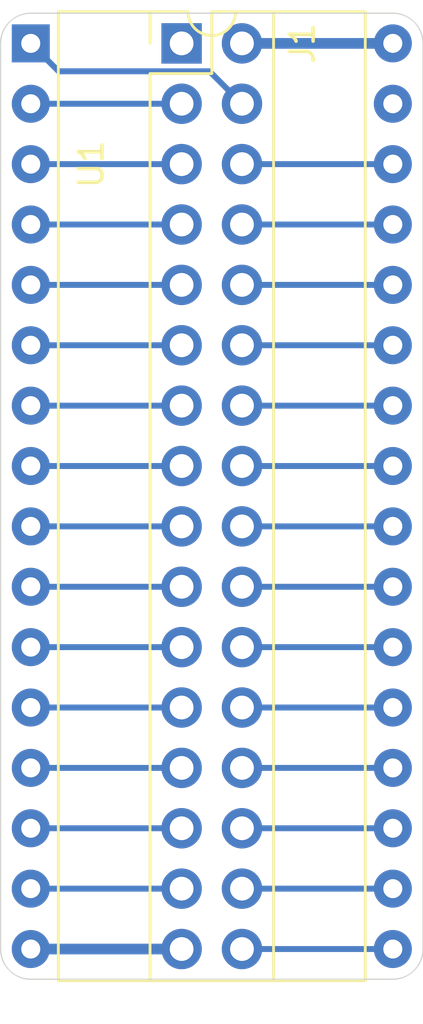
<source format=kicad_pcb>
(kicad_pcb (version 20171130) (host pcbnew 5.1.8-1.fc33)

  (general
    (thickness 1.6)
    (drawings 8)
    (tracks 33)
    (zones 0)
    (modules 2)
    (nets 32)
  )

  (page A4)
  (layers
    (0 F.Cu signal)
    (31 B.Cu signal)
    (32 B.Adhes user)
    (33 F.Adhes user)
    (34 B.Paste user)
    (35 F.Paste user)
    (36 B.SilkS user)
    (37 F.SilkS user)
    (38 B.Mask user)
    (39 F.Mask user)
    (40 Dwgs.User user)
    (41 Cmts.User user)
    (42 Eco1.User user)
    (43 Eco2.User user)
    (44 Edge.Cuts user)
    (45 Margin user)
    (46 B.CrtYd user)
    (47 F.CrtYd user)
    (48 B.Fab user)
    (49 F.Fab user)
  )

  (setup
    (last_trace_width 0.25)
    (trace_clearance 0.2)
    (zone_clearance 0.508)
    (zone_45_only no)
    (trace_min 0.2)
    (via_size 0.8)
    (via_drill 0.4)
    (via_min_size 0.4)
    (via_min_drill 0.3)
    (uvia_size 0.3)
    (uvia_drill 0.1)
    (uvias_allowed no)
    (uvia_min_size 0.2)
    (uvia_min_drill 0.1)
    (edge_width 0.05)
    (segment_width 0.2)
    (pcb_text_width 0.3)
    (pcb_text_size 1.5 1.5)
    (mod_edge_width 0.12)
    (mod_text_size 1 1)
    (mod_text_width 0.15)
    (pad_size 1.524 1.524)
    (pad_drill 0.762)
    (pad_to_mask_clearance 0)
    (aux_axis_origin 0 0)
    (visible_elements FFFFFF7F)
    (pcbplotparams
      (layerselection 0x010fc_ffffffff)
      (usegerberextensions false)
      (usegerberattributes true)
      (usegerberadvancedattributes true)
      (creategerberjobfile true)
      (excludeedgelayer true)
      (linewidth 0.100000)
      (plotframeref false)
      (viasonmask false)
      (mode 1)
      (useauxorigin false)
      (hpglpennumber 1)
      (hpglpenspeed 20)
      (hpglpendiameter 15.000000)
      (psnegative false)
      (psa4output false)
      (plotreference true)
      (plotvalue true)
      (plotinvisibletext false)
      (padsonsilk false)
      (subtractmaskfromsilk false)
      (outputformat 1)
      (mirror false)
      (drillshape 1)
      (scaleselection 1)
      (outputdirectory ""))
  )

  (net 0 "")
  (net 1 /D3)
  (net 2 GND)
  (net 3 /D4)
  (net 4 /D2)
  (net 5 /D5)
  (net 6 /D1)
  (net 7 /D6)
  (net 8 /D0)
  (net 9 /D7)
  (net 10 /A0)
  (net 11 /~CE)
  (net 12 /A1)
  (net 13 /A10)
  (net 14 /A2)
  (net 15 /~OE)
  (net 16 /A3)
  (net 17 /A11)
  (net 18 /A4)
  (net 19 /A9)
  (net 20 /A5)
  (net 21 /A8)
  (net 22 /A6)
  (net 23 /A7)
  (net 24 /VCC_EXT)
  (net 25 /A13)
  (net 26 /A14)
  (net 27 /A12)
  (net 28 /A17)
  (net 29 /A15)
  (net 30 /A18)
  (net 31 /A16)

  (net_class Default "This is the default net class."
    (clearance 0.2)
    (trace_width 0.25)
    (via_dia 0.8)
    (via_drill 0.4)
    (uvia_dia 0.3)
    (uvia_drill 0.1)
    (add_net /A0)
    (add_net /A1)
    (add_net /A10)
    (add_net /A11)
    (add_net /A12)
    (add_net /A13)
    (add_net /A14)
    (add_net /A15)
    (add_net /A16)
    (add_net /A17)
    (add_net /A18)
    (add_net /A2)
    (add_net /A3)
    (add_net /A4)
    (add_net /A5)
    (add_net /A6)
    (add_net /A7)
    (add_net /A8)
    (add_net /A9)
    (add_net /D0)
    (add_net /D1)
    (add_net /D2)
    (add_net /D3)
    (add_net /D4)
    (add_net /D5)
    (add_net /D6)
    (add_net /D7)
    (add_net /~CE)
    (add_net /~OE)
    (add_net "Net-(J1-Pad1)")
    (add_net "Net-(U1-Pad31)")
  )

  (net_class POWER ""
    (clearance 0.2)
    (trace_width 0.45)
    (via_dia 0.8)
    (via_drill 0.4)
    (uvia_dia 0.3)
    (uvia_drill 0.1)
    (add_net /VCC_EXT)
    (add_net GND)
  )

  (module Package_DIP:DIP-32_W15.24mm (layer F.Cu) (tedit 5A02E8C5) (tstamp 5FB9569D)
    (at 119.38 68.58)
    (descr "32-lead though-hole mounted DIP package, row spacing 15.24 mm (600 mils)")
    (tags "THT DIP DIL PDIP 2.54mm 15.24mm 600mil")
    (path /5FC54110)
    (fp_text reference U1 (at 2.54 5.08 90) (layer F.SilkS)
      (effects (font (size 1 1) (thickness 0.15)))
    )
    (fp_text value 29C040 (at 7.62 40.43) (layer F.Fab)
      (effects (font (size 1 1) (thickness 0.15)))
    )
    (fp_line (start 16.3 -1.55) (end -1.05 -1.55) (layer F.CrtYd) (width 0.05))
    (fp_line (start 16.3 39.65) (end 16.3 -1.55) (layer F.CrtYd) (width 0.05))
    (fp_line (start -1.05 39.65) (end 16.3 39.65) (layer F.CrtYd) (width 0.05))
    (fp_line (start -1.05 -1.55) (end -1.05 39.65) (layer F.CrtYd) (width 0.05))
    (fp_line (start 14.08 -1.33) (end 8.62 -1.33) (layer F.SilkS) (width 0.12))
    (fp_line (start 14.08 39.43) (end 14.08 -1.33) (layer F.SilkS) (width 0.12))
    (fp_line (start 1.16 39.43) (end 14.08 39.43) (layer F.SilkS) (width 0.12))
    (fp_line (start 1.16 -1.33) (end 1.16 39.43) (layer F.SilkS) (width 0.12))
    (fp_line (start 6.62 -1.33) (end 1.16 -1.33) (layer F.SilkS) (width 0.12))
    (fp_line (start 0.255 -0.27) (end 1.255 -1.27) (layer F.Fab) (width 0.1))
    (fp_line (start 0.255 39.37) (end 0.255 -0.27) (layer F.Fab) (width 0.1))
    (fp_line (start 14.985 39.37) (end 0.255 39.37) (layer F.Fab) (width 0.1))
    (fp_line (start 14.985 -1.27) (end 14.985 39.37) (layer F.Fab) (width 0.1))
    (fp_line (start 1.255 -1.27) (end 14.985 -1.27) (layer F.Fab) (width 0.1))
    (fp_text user %R (at 7.62 19.05) (layer F.Fab)
      (effects (font (size 1 1) (thickness 0.15)))
    )
    (fp_arc (start 7.62 -1.33) (end 6.62 -1.33) (angle -180) (layer F.SilkS) (width 0.12))
    (pad 32 thru_hole oval (at 15.24 0) (size 1.6 1.6) (drill 0.8) (layers *.Cu *.Mask)
      (net 24 /VCC_EXT))
    (pad 16 thru_hole oval (at 0 38.1) (size 1.6 1.6) (drill 0.8) (layers *.Cu *.Mask)
      (net 2 GND))
    (pad 31 thru_hole oval (at 15.24 2.54) (size 1.6 1.6) (drill 0.8) (layers *.Cu *.Mask))
    (pad 15 thru_hole oval (at 0 35.56) (size 1.6 1.6) (drill 0.8) (layers *.Cu *.Mask)
      (net 4 /D2))
    (pad 30 thru_hole oval (at 15.24 5.08) (size 1.6 1.6) (drill 0.8) (layers *.Cu *.Mask)
      (net 28 /A17))
    (pad 14 thru_hole oval (at 0 33.02) (size 1.6 1.6) (drill 0.8) (layers *.Cu *.Mask)
      (net 6 /D1))
    (pad 29 thru_hole oval (at 15.24 7.62) (size 1.6 1.6) (drill 0.8) (layers *.Cu *.Mask)
      (net 26 /A14))
    (pad 13 thru_hole oval (at 0 30.48) (size 1.6 1.6) (drill 0.8) (layers *.Cu *.Mask)
      (net 8 /D0))
    (pad 28 thru_hole oval (at 15.24 10.16) (size 1.6 1.6) (drill 0.8) (layers *.Cu *.Mask)
      (net 25 /A13))
    (pad 12 thru_hole oval (at 0 27.94) (size 1.6 1.6) (drill 0.8) (layers *.Cu *.Mask)
      (net 10 /A0))
    (pad 27 thru_hole oval (at 15.24 12.7) (size 1.6 1.6) (drill 0.8) (layers *.Cu *.Mask)
      (net 21 /A8))
    (pad 11 thru_hole oval (at 0 25.4) (size 1.6 1.6) (drill 0.8) (layers *.Cu *.Mask)
      (net 12 /A1))
    (pad 26 thru_hole oval (at 15.24 15.24) (size 1.6 1.6) (drill 0.8) (layers *.Cu *.Mask)
      (net 19 /A9))
    (pad 10 thru_hole oval (at 0 22.86) (size 1.6 1.6) (drill 0.8) (layers *.Cu *.Mask)
      (net 14 /A2))
    (pad 25 thru_hole oval (at 15.24 17.78) (size 1.6 1.6) (drill 0.8) (layers *.Cu *.Mask)
      (net 17 /A11))
    (pad 9 thru_hole oval (at 0 20.32) (size 1.6 1.6) (drill 0.8) (layers *.Cu *.Mask)
      (net 16 /A3))
    (pad 24 thru_hole oval (at 15.24 20.32) (size 1.6 1.6) (drill 0.8) (layers *.Cu *.Mask)
      (net 15 /~OE))
    (pad 8 thru_hole oval (at 0 17.78) (size 1.6 1.6) (drill 0.8) (layers *.Cu *.Mask)
      (net 18 /A4))
    (pad 23 thru_hole oval (at 15.24 22.86) (size 1.6 1.6) (drill 0.8) (layers *.Cu *.Mask)
      (net 13 /A10))
    (pad 7 thru_hole oval (at 0 15.24) (size 1.6 1.6) (drill 0.8) (layers *.Cu *.Mask)
      (net 20 /A5))
    (pad 22 thru_hole oval (at 15.24 25.4) (size 1.6 1.6) (drill 0.8) (layers *.Cu *.Mask)
      (net 11 /~CE))
    (pad 6 thru_hole oval (at 0 12.7) (size 1.6 1.6) (drill 0.8) (layers *.Cu *.Mask)
      (net 22 /A6))
    (pad 21 thru_hole oval (at 15.24 27.94) (size 1.6 1.6) (drill 0.8) (layers *.Cu *.Mask)
      (net 9 /D7))
    (pad 5 thru_hole oval (at 0 10.16) (size 1.6 1.6) (drill 0.8) (layers *.Cu *.Mask)
      (net 23 /A7))
    (pad 20 thru_hole oval (at 15.24 30.48) (size 1.6 1.6) (drill 0.8) (layers *.Cu *.Mask)
      (net 7 /D6))
    (pad 4 thru_hole oval (at 0 7.62) (size 1.6 1.6) (drill 0.8) (layers *.Cu *.Mask)
      (net 27 /A12))
    (pad 19 thru_hole oval (at 15.24 33.02) (size 1.6 1.6) (drill 0.8) (layers *.Cu *.Mask)
      (net 5 /D5))
    (pad 3 thru_hole oval (at 0 5.08) (size 1.6 1.6) (drill 0.8) (layers *.Cu *.Mask)
      (net 29 /A15))
    (pad 18 thru_hole oval (at 15.24 35.56) (size 1.6 1.6) (drill 0.8) (layers *.Cu *.Mask)
      (net 3 /D4))
    (pad 2 thru_hole oval (at 0 2.54) (size 1.6 1.6) (drill 0.8) (layers *.Cu *.Mask)
      (net 31 /A16))
    (pad 17 thru_hole oval (at 15.24 38.1) (size 1.6 1.6) (drill 0.8) (layers *.Cu *.Mask)
      (net 1 /D3))
    (pad 1 thru_hole rect (at 0 0) (size 1.6 1.6) (drill 0.8) (layers *.Cu *.Mask)
      (net 30 /A18))
    (model ${KISYS3DMOD}/Package_DIP.3dshapes/DIP-32_W15.24mm.wrl
      (at (xyz 0 0 0))
      (scale (xyz 1 1 1))
      (rotate (xyz 0 0 0))
    )
  )

  (module Connector_PinHeader_2.54mm:PinHeader_2x16_P2.54mm_Vertical (layer F.Cu) (tedit 59FED5CC) (tstamp 5FB95669)
    (at 125.73 68.58)
    (descr "Through hole straight pin header, 2x16, 2.54mm pitch, double rows")
    (tags "Through hole pin header THT 2x16 2.54mm double row")
    (path /5FB988BB)
    (fp_text reference J1 (at 5.08 0 -90) (layer F.SilkS)
      (effects (font (size 1 1) (thickness 0.15)))
    )
    (fp_text value Adapter (at 1.27 40.43) (layer F.Fab)
      (effects (font (size 1 1) (thickness 0.15)))
    )
    (fp_line (start 4.35 -1.8) (end -1.8 -1.8) (layer F.CrtYd) (width 0.05))
    (fp_line (start 4.35 39.9) (end 4.35 -1.8) (layer F.CrtYd) (width 0.05))
    (fp_line (start -1.8 39.9) (end 4.35 39.9) (layer F.CrtYd) (width 0.05))
    (fp_line (start -1.8 -1.8) (end -1.8 39.9) (layer F.CrtYd) (width 0.05))
    (fp_line (start -1.33 -1.33) (end 0 -1.33) (layer F.SilkS) (width 0.12))
    (fp_line (start -1.33 0) (end -1.33 -1.33) (layer F.SilkS) (width 0.12))
    (fp_line (start 1.27 -1.33) (end 3.87 -1.33) (layer F.SilkS) (width 0.12))
    (fp_line (start 1.27 1.27) (end 1.27 -1.33) (layer F.SilkS) (width 0.12))
    (fp_line (start -1.33 1.27) (end 1.27 1.27) (layer F.SilkS) (width 0.12))
    (fp_line (start 3.87 -1.33) (end 3.87 39.43) (layer F.SilkS) (width 0.12))
    (fp_line (start -1.33 1.27) (end -1.33 39.43) (layer F.SilkS) (width 0.12))
    (fp_line (start -1.33 39.43) (end 3.87 39.43) (layer F.SilkS) (width 0.12))
    (fp_line (start -1.27 0) (end 0 -1.27) (layer F.Fab) (width 0.1))
    (fp_line (start -1.27 39.37) (end -1.27 0) (layer F.Fab) (width 0.1))
    (fp_line (start 3.81 39.37) (end -1.27 39.37) (layer F.Fab) (width 0.1))
    (fp_line (start 3.81 -1.27) (end 3.81 39.37) (layer F.Fab) (width 0.1))
    (fp_line (start 0 -1.27) (end 3.81 -1.27) (layer F.Fab) (width 0.1))
    (fp_text user %R (at 1.27 19.05 90) (layer F.Fab)
      (effects (font (size 1 1) (thickness 0.15)))
    )
    (pad 32 thru_hole oval (at 2.54 38.1) (size 1.7 1.7) (drill 1) (layers *.Cu *.Mask)
      (net 1 /D3))
    (pad 31 thru_hole oval (at 0 38.1) (size 1.7 1.7) (drill 1) (layers *.Cu *.Mask)
      (net 2 GND))
    (pad 30 thru_hole oval (at 2.54 35.56) (size 1.7 1.7) (drill 1) (layers *.Cu *.Mask)
      (net 3 /D4))
    (pad 29 thru_hole oval (at 0 35.56) (size 1.7 1.7) (drill 1) (layers *.Cu *.Mask)
      (net 4 /D2))
    (pad 28 thru_hole oval (at 2.54 33.02) (size 1.7 1.7) (drill 1) (layers *.Cu *.Mask)
      (net 5 /D5))
    (pad 27 thru_hole oval (at 0 33.02) (size 1.7 1.7) (drill 1) (layers *.Cu *.Mask)
      (net 6 /D1))
    (pad 26 thru_hole oval (at 2.54 30.48) (size 1.7 1.7) (drill 1) (layers *.Cu *.Mask)
      (net 7 /D6))
    (pad 25 thru_hole oval (at 0 30.48) (size 1.7 1.7) (drill 1) (layers *.Cu *.Mask)
      (net 8 /D0))
    (pad 24 thru_hole oval (at 2.54 27.94) (size 1.7 1.7) (drill 1) (layers *.Cu *.Mask)
      (net 9 /D7))
    (pad 23 thru_hole oval (at 0 27.94) (size 1.7 1.7) (drill 1) (layers *.Cu *.Mask)
      (net 10 /A0))
    (pad 22 thru_hole oval (at 2.54 25.4) (size 1.7 1.7) (drill 1) (layers *.Cu *.Mask)
      (net 11 /~CE))
    (pad 21 thru_hole oval (at 0 25.4) (size 1.7 1.7) (drill 1) (layers *.Cu *.Mask)
      (net 12 /A1))
    (pad 20 thru_hole oval (at 2.54 22.86) (size 1.7 1.7) (drill 1) (layers *.Cu *.Mask)
      (net 13 /A10))
    (pad 19 thru_hole oval (at 0 22.86) (size 1.7 1.7) (drill 1) (layers *.Cu *.Mask)
      (net 14 /A2))
    (pad 18 thru_hole oval (at 2.54 20.32) (size 1.7 1.7) (drill 1) (layers *.Cu *.Mask)
      (net 15 /~OE))
    (pad 17 thru_hole oval (at 0 20.32) (size 1.7 1.7) (drill 1) (layers *.Cu *.Mask)
      (net 16 /A3))
    (pad 16 thru_hole oval (at 2.54 17.78) (size 1.7 1.7) (drill 1) (layers *.Cu *.Mask)
      (net 17 /A11))
    (pad 15 thru_hole oval (at 0 17.78) (size 1.7 1.7) (drill 1) (layers *.Cu *.Mask)
      (net 18 /A4))
    (pad 14 thru_hole oval (at 2.54 15.24) (size 1.7 1.7) (drill 1) (layers *.Cu *.Mask)
      (net 19 /A9))
    (pad 13 thru_hole oval (at 0 15.24) (size 1.7 1.7) (drill 1) (layers *.Cu *.Mask)
      (net 20 /A5))
    (pad 12 thru_hole oval (at 2.54 12.7) (size 1.7 1.7) (drill 1) (layers *.Cu *.Mask)
      (net 21 /A8))
    (pad 11 thru_hole oval (at 0 12.7) (size 1.7 1.7) (drill 1) (layers *.Cu *.Mask)
      (net 22 /A6))
    (pad 10 thru_hole oval (at 2.54 10.16) (size 1.7 1.7) (drill 1) (layers *.Cu *.Mask)
      (net 25 /A13))
    (pad 9 thru_hole oval (at 0 10.16) (size 1.7 1.7) (drill 1) (layers *.Cu *.Mask)
      (net 23 /A7))
    (pad 8 thru_hole oval (at 2.54 7.62) (size 1.7 1.7) (drill 1) (layers *.Cu *.Mask)
      (net 26 /A14))
    (pad 7 thru_hole oval (at 0 7.62) (size 1.7 1.7) (drill 1) (layers *.Cu *.Mask)
      (net 27 /A12))
    (pad 6 thru_hole oval (at 2.54 5.08) (size 1.7 1.7) (drill 1) (layers *.Cu *.Mask)
      (net 28 /A17))
    (pad 5 thru_hole oval (at 0 5.08) (size 1.7 1.7) (drill 1) (layers *.Cu *.Mask)
      (net 29 /A15))
    (pad 4 thru_hole oval (at 2.54 2.54) (size 1.7 1.7) (drill 1) (layers *.Cu *.Mask)
      (net 30 /A18))
    (pad 3 thru_hole oval (at 0 2.54) (size 1.7 1.7) (drill 1) (layers *.Cu *.Mask)
      (net 31 /A16))
    (pad 2 thru_hole oval (at 2.54 0) (size 1.7 1.7) (drill 1) (layers *.Cu *.Mask)
      (net 24 /VCC_EXT))
    (pad 1 thru_hole rect (at 0 0) (size 1.7 1.7) (drill 1) (layers *.Cu *.Mask))
    (model ${KISYS3DMOD}/Connector_PinHeader_2.54mm.3dshapes/PinHeader_2x16_P2.54mm_Vertical.wrl
      (at (xyz 0 0 0))
      (scale (xyz 1 1 1))
      (rotate (xyz 0 0 0))
    )
  )

  (gr_line (start 119.38 67.31) (end 134.62 67.31) (layer Edge.Cuts) (width 0.05) (tstamp 5FB957C5))
  (gr_line (start 119.38 107.95) (end 134.62 107.95) (layer Edge.Cuts) (width 0.05) (tstamp 5FB63A42))
  (gr_line (start 118.11 68.58) (end 118.11 106.68) (layer Edge.Cuts) (width 0.05) (tstamp 5FB63A41))
  (gr_line (start 135.89 106.68) (end 135.89 68.58) (layer Edge.Cuts) (width 0.05) (tstamp 5FB63A3F))
  (gr_arc (start 134.62 106.68) (end 134.62 107.95) (angle -90) (layer Edge.Cuts) (width 0.05))
  (gr_arc (start 119.38 106.68) (end 118.11 106.68) (angle -90) (layer Edge.Cuts) (width 0.05))
  (gr_arc (start 134.62 68.58) (end 135.89 68.58) (angle -90) (layer Edge.Cuts) (width 0.05))
  (gr_arc (start 119.38 68.58) (end 119.38 67.31) (angle -90) (layer Edge.Cuts) (width 0.05))

  (segment (start 128.27 106.68) (end 134.62 106.68) (width 0.25) (layer B.Cu) (net 1))
  (segment (start 125.73 106.68) (end 119.38 106.68) (width 0.45) (layer B.Cu) (net 2))
  (segment (start 128.27 104.14) (end 134.62 104.14) (width 0.25) (layer B.Cu) (net 3))
  (segment (start 125.73 104.14) (end 119.38 104.14) (width 0.25) (layer B.Cu) (net 4))
  (segment (start 128.27 101.6) (end 134.62 101.6) (width 0.25) (layer B.Cu) (net 5))
  (segment (start 119.38 101.6) (end 125.73 101.6) (width 0.25) (layer B.Cu) (net 6))
  (segment (start 128.27 99.06) (end 134.62 99.06) (width 0.25) (layer B.Cu) (net 7))
  (segment (start 125.73 99.06) (end 119.38 99.06) (width 0.25) (layer B.Cu) (net 8))
  (segment (start 128.27 96.52) (end 134.62 96.52) (width 0.25) (layer B.Cu) (net 9))
  (segment (start 119.38 96.52) (end 125.73 96.52) (width 0.25) (layer B.Cu) (net 10))
  (segment (start 128.27 93.98) (end 134.62 93.98) (width 0.25) (layer B.Cu) (net 11))
  (segment (start 125.73 93.98) (end 119.38 93.98) (width 0.25) (layer B.Cu) (net 12))
  (segment (start 128.27 91.44) (end 134.62 91.44) (width 0.25) (layer B.Cu) (net 13))
  (segment (start 125.73 91.44) (end 119.38 91.44) (width 0.25) (layer B.Cu) (net 14))
  (segment (start 128.27 88.9) (end 134.62 88.9) (width 0.25) (layer B.Cu) (net 15))
  (segment (start 119.38 88.9) (end 125.73 88.9) (width 0.25) (layer B.Cu) (net 16))
  (segment (start 128.27 86.36) (end 134.62 86.36) (width 0.25) (layer B.Cu) (net 17))
  (segment (start 125.73 86.36) (end 119.38 86.36) (width 0.25) (layer B.Cu) (net 18))
  (segment (start 128.27 83.82) (end 134.62 83.82) (width 0.25) (layer B.Cu) (net 19))
  (segment (start 119.38 83.82) (end 125.73 83.82) (width 0.25) (layer B.Cu) (net 20))
  (segment (start 134.62 81.28) (end 128.27 81.28) (width 0.25) (layer B.Cu) (net 21))
  (segment (start 119.38 81.28) (end 125.73 81.28) (width 0.25) (layer B.Cu) (net 22))
  (segment (start 119.38 78.74) (end 125.73 78.74) (width 0.25) (layer B.Cu) (net 23))
  (segment (start 128.27 68.58) (end 134.62 68.58) (width 0.45) (layer B.Cu) (net 24))
  (segment (start 128.27 78.74) (end 134.62 78.74) (width 0.25) (layer B.Cu) (net 25))
  (segment (start 134.62 76.2) (end 128.27 76.2) (width 0.25) (layer B.Cu) (net 26))
  (segment (start 119.38 76.2) (end 125.73 76.2) (width 0.25) (layer B.Cu) (net 27))
  (segment (start 128.27 73.66) (end 134.62 73.66) (width 0.25) (layer B.Cu) (net 28))
  (segment (start 125.73 73.66) (end 119.38 73.66) (width 0.25) (layer B.Cu) (net 29))
  (segment (start 126.905001 69.755001) (end 128.27 71.12) (width 0.25) (layer B.Cu) (net 30))
  (segment (start 120.555001 69.755001) (end 126.905001 69.755001) (width 0.25) (layer B.Cu) (net 30))
  (segment (start 119.38 68.58) (end 120.555001 69.755001) (width 0.25) (layer B.Cu) (net 30))
  (segment (start 119.38 71.12) (end 125.73 71.12) (width 0.25) (layer B.Cu) (net 31))

  (zone (net 2) (net_name GND) (layer B.Cu) (tstamp 0) (hatch edge 0.508)
    (connect_pads (clearance 0.508))
    (min_thickness 0.254)
    (fill yes (arc_segments 32) (thermal_gap 0.508) (thermal_bridge_width 0.508))
    (polygon
      (pts
        (xy 134.62 106.68) (xy 119.38 106.68) (xy 119.38 68.58) (xy 134.62 68.58)
      )
    )
  )
  (zone (net 2) (net_name GND) (layer F.Cu) (tstamp 0) (hatch edge 0.508)
    (connect_pads (clearance 0.508))
    (min_thickness 0.254)
    (fill yes (arc_segments 32) (thermal_gap 0.508) (thermal_bridge_width 0.508))
    (polygon
      (pts
        (xy 134.62 106.68) (xy 119.38 106.68) (xy 119.38 68.58) (xy 134.62 68.58)
      )
    )
  )
)

</source>
